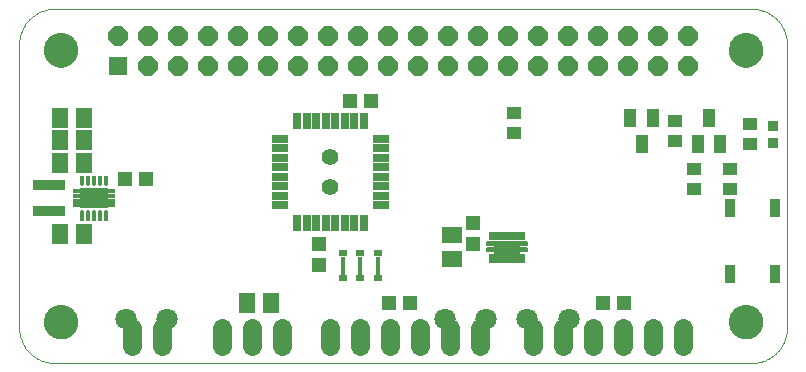
<source format=gts>
G75*
%MOIN*%
%OFA0B0*%
%FSLAX25Y25*%
%IPPOS*%
%LPD*%
%AMOC8*
5,1,8,0,0,1.08239X$1,22.5*
%
%ADD10C,0.00000*%
%ADD11C,0.11424*%
%ADD12R,0.06400X0.06400*%
%ADD13OC8,0.06400*%
%ADD14C,0.01380*%
%ADD15R,0.02953X0.01181*%
%ADD16R,0.02953X0.01280*%
%ADD17R,0.09547X0.07087*%
%ADD18R,0.01378X0.02992*%
%ADD19R,0.11000X0.03550*%
%ADD20R,0.02600X0.05400*%
%ADD21R,0.05400X0.02600*%
%ADD22C,0.07093*%
%ADD23R,0.04652X0.04534*%
%ADD24R,0.03150X0.01969*%
%ADD25R,0.01575X0.06299*%
%ADD26R,0.04534X0.04652*%
%ADD27R,0.05518X0.06699*%
%ADD28C,0.06400*%
%ADD29R,0.04731X0.04337*%
%ADD30R,0.03550X0.03550*%
%ADD31C,0.05550*%
%ADD32R,0.06699X0.05518*%
%ADD33R,0.04337X0.05912*%
%ADD34R,0.03400X0.06400*%
%ADD35R,0.01502X0.02369*%
%ADD36R,0.01502X0.02369*%
%ADD37R,0.08274X0.03943*%
%ADD38C,0.00100*%
%ADD39C,0.00600*%
D10*
X0016811Y0006117D02*
X0249094Y0006117D01*
X0249379Y0006120D01*
X0249665Y0006131D01*
X0249950Y0006148D01*
X0250234Y0006172D01*
X0250518Y0006203D01*
X0250801Y0006241D01*
X0251082Y0006286D01*
X0251363Y0006337D01*
X0251643Y0006395D01*
X0251921Y0006460D01*
X0252197Y0006532D01*
X0252471Y0006610D01*
X0252744Y0006695D01*
X0253014Y0006787D01*
X0253282Y0006885D01*
X0253548Y0006989D01*
X0253811Y0007100D01*
X0254071Y0007217D01*
X0254329Y0007340D01*
X0254583Y0007470D01*
X0254834Y0007606D01*
X0255082Y0007747D01*
X0255326Y0007895D01*
X0255567Y0008048D01*
X0255803Y0008208D01*
X0256036Y0008373D01*
X0256265Y0008543D01*
X0256490Y0008719D01*
X0256710Y0008901D01*
X0256926Y0009087D01*
X0257137Y0009279D01*
X0257344Y0009476D01*
X0257546Y0009678D01*
X0257743Y0009885D01*
X0257935Y0010096D01*
X0258121Y0010312D01*
X0258303Y0010532D01*
X0258479Y0010757D01*
X0258649Y0010986D01*
X0258814Y0011219D01*
X0258974Y0011455D01*
X0259127Y0011696D01*
X0259275Y0011940D01*
X0259416Y0012188D01*
X0259552Y0012439D01*
X0259682Y0012693D01*
X0259805Y0012951D01*
X0259922Y0013211D01*
X0260033Y0013474D01*
X0260137Y0013740D01*
X0260235Y0014008D01*
X0260327Y0014278D01*
X0260412Y0014551D01*
X0260490Y0014825D01*
X0260562Y0015101D01*
X0260627Y0015379D01*
X0260685Y0015659D01*
X0260736Y0015940D01*
X0260781Y0016221D01*
X0260819Y0016504D01*
X0260850Y0016788D01*
X0260874Y0017072D01*
X0260891Y0017357D01*
X0260902Y0017643D01*
X0260905Y0017928D01*
X0260906Y0017928D02*
X0260906Y0112416D01*
X0260905Y0112416D02*
X0260902Y0112701D01*
X0260891Y0112987D01*
X0260874Y0113272D01*
X0260850Y0113556D01*
X0260819Y0113840D01*
X0260781Y0114123D01*
X0260736Y0114404D01*
X0260685Y0114685D01*
X0260627Y0114965D01*
X0260562Y0115243D01*
X0260490Y0115519D01*
X0260412Y0115793D01*
X0260327Y0116066D01*
X0260235Y0116336D01*
X0260137Y0116604D01*
X0260033Y0116870D01*
X0259922Y0117133D01*
X0259805Y0117393D01*
X0259682Y0117651D01*
X0259552Y0117905D01*
X0259416Y0118156D01*
X0259275Y0118404D01*
X0259127Y0118648D01*
X0258974Y0118889D01*
X0258814Y0119125D01*
X0258649Y0119358D01*
X0258479Y0119587D01*
X0258303Y0119812D01*
X0258121Y0120032D01*
X0257935Y0120248D01*
X0257743Y0120459D01*
X0257546Y0120666D01*
X0257344Y0120868D01*
X0257137Y0121065D01*
X0256926Y0121257D01*
X0256710Y0121443D01*
X0256490Y0121625D01*
X0256265Y0121801D01*
X0256036Y0121971D01*
X0255803Y0122136D01*
X0255567Y0122296D01*
X0255326Y0122449D01*
X0255082Y0122597D01*
X0254834Y0122738D01*
X0254583Y0122874D01*
X0254329Y0123004D01*
X0254071Y0123127D01*
X0253811Y0123244D01*
X0253548Y0123355D01*
X0253282Y0123459D01*
X0253014Y0123557D01*
X0252744Y0123649D01*
X0252471Y0123734D01*
X0252197Y0123812D01*
X0251921Y0123884D01*
X0251643Y0123949D01*
X0251363Y0124007D01*
X0251082Y0124058D01*
X0250801Y0124103D01*
X0250518Y0124141D01*
X0250234Y0124172D01*
X0249950Y0124196D01*
X0249665Y0124213D01*
X0249379Y0124224D01*
X0249094Y0124227D01*
X0016811Y0124227D01*
X0016526Y0124224D01*
X0016240Y0124213D01*
X0015955Y0124196D01*
X0015671Y0124172D01*
X0015387Y0124141D01*
X0015104Y0124103D01*
X0014823Y0124058D01*
X0014542Y0124007D01*
X0014262Y0123949D01*
X0013984Y0123884D01*
X0013708Y0123812D01*
X0013434Y0123734D01*
X0013161Y0123649D01*
X0012891Y0123557D01*
X0012623Y0123459D01*
X0012357Y0123355D01*
X0012094Y0123244D01*
X0011834Y0123127D01*
X0011576Y0123004D01*
X0011322Y0122874D01*
X0011071Y0122738D01*
X0010823Y0122597D01*
X0010579Y0122449D01*
X0010338Y0122296D01*
X0010102Y0122136D01*
X0009869Y0121971D01*
X0009640Y0121801D01*
X0009415Y0121625D01*
X0009195Y0121443D01*
X0008979Y0121257D01*
X0008768Y0121065D01*
X0008561Y0120868D01*
X0008359Y0120666D01*
X0008162Y0120459D01*
X0007970Y0120248D01*
X0007784Y0120032D01*
X0007602Y0119812D01*
X0007426Y0119587D01*
X0007256Y0119358D01*
X0007091Y0119125D01*
X0006931Y0118889D01*
X0006778Y0118648D01*
X0006630Y0118404D01*
X0006489Y0118156D01*
X0006353Y0117905D01*
X0006223Y0117651D01*
X0006100Y0117393D01*
X0005983Y0117133D01*
X0005872Y0116870D01*
X0005768Y0116604D01*
X0005670Y0116336D01*
X0005578Y0116066D01*
X0005493Y0115793D01*
X0005415Y0115519D01*
X0005343Y0115243D01*
X0005278Y0114965D01*
X0005220Y0114685D01*
X0005169Y0114404D01*
X0005124Y0114123D01*
X0005086Y0113840D01*
X0005055Y0113556D01*
X0005031Y0113272D01*
X0005014Y0112987D01*
X0005003Y0112701D01*
X0005000Y0112416D01*
X0005000Y0017928D01*
X0005003Y0017643D01*
X0005014Y0017357D01*
X0005031Y0017072D01*
X0005055Y0016788D01*
X0005086Y0016504D01*
X0005124Y0016221D01*
X0005169Y0015940D01*
X0005220Y0015659D01*
X0005278Y0015379D01*
X0005343Y0015101D01*
X0005415Y0014825D01*
X0005493Y0014551D01*
X0005578Y0014278D01*
X0005670Y0014008D01*
X0005768Y0013740D01*
X0005872Y0013474D01*
X0005983Y0013211D01*
X0006100Y0012951D01*
X0006223Y0012693D01*
X0006353Y0012439D01*
X0006489Y0012188D01*
X0006630Y0011940D01*
X0006778Y0011696D01*
X0006931Y0011455D01*
X0007091Y0011219D01*
X0007256Y0010986D01*
X0007426Y0010757D01*
X0007602Y0010532D01*
X0007784Y0010312D01*
X0007970Y0010096D01*
X0008162Y0009885D01*
X0008359Y0009678D01*
X0008561Y0009476D01*
X0008768Y0009279D01*
X0008979Y0009087D01*
X0009195Y0008901D01*
X0009415Y0008719D01*
X0009640Y0008543D01*
X0009869Y0008373D01*
X0010102Y0008208D01*
X0010338Y0008048D01*
X0010579Y0007895D01*
X0010823Y0007747D01*
X0011071Y0007606D01*
X0011322Y0007470D01*
X0011576Y0007340D01*
X0011834Y0007217D01*
X0012094Y0007100D01*
X0012357Y0006989D01*
X0012623Y0006885D01*
X0012891Y0006787D01*
X0013161Y0006695D01*
X0013434Y0006610D01*
X0013708Y0006532D01*
X0013984Y0006460D01*
X0014262Y0006395D01*
X0014542Y0006337D01*
X0014823Y0006286D01*
X0015104Y0006241D01*
X0015387Y0006203D01*
X0015671Y0006172D01*
X0015955Y0006148D01*
X0016240Y0006131D01*
X0016526Y0006120D01*
X0016811Y0006117D01*
X0013268Y0019896D02*
X0013270Y0020044D01*
X0013276Y0020192D01*
X0013286Y0020340D01*
X0013300Y0020487D01*
X0013318Y0020634D01*
X0013339Y0020780D01*
X0013365Y0020926D01*
X0013395Y0021071D01*
X0013428Y0021215D01*
X0013466Y0021358D01*
X0013507Y0021500D01*
X0013552Y0021641D01*
X0013600Y0021781D01*
X0013653Y0021920D01*
X0013709Y0022057D01*
X0013769Y0022192D01*
X0013832Y0022326D01*
X0013899Y0022458D01*
X0013970Y0022588D01*
X0014044Y0022716D01*
X0014121Y0022842D01*
X0014202Y0022966D01*
X0014286Y0023088D01*
X0014373Y0023207D01*
X0014464Y0023324D01*
X0014558Y0023439D01*
X0014654Y0023551D01*
X0014754Y0023661D01*
X0014856Y0023767D01*
X0014962Y0023871D01*
X0015070Y0023972D01*
X0015181Y0024070D01*
X0015294Y0024166D01*
X0015410Y0024258D01*
X0015528Y0024347D01*
X0015649Y0024432D01*
X0015772Y0024515D01*
X0015897Y0024594D01*
X0016024Y0024670D01*
X0016153Y0024742D01*
X0016284Y0024811D01*
X0016417Y0024876D01*
X0016552Y0024937D01*
X0016688Y0024995D01*
X0016825Y0025050D01*
X0016964Y0025100D01*
X0017105Y0025147D01*
X0017246Y0025190D01*
X0017389Y0025230D01*
X0017533Y0025265D01*
X0017677Y0025297D01*
X0017823Y0025324D01*
X0017969Y0025348D01*
X0018116Y0025368D01*
X0018263Y0025384D01*
X0018410Y0025396D01*
X0018558Y0025404D01*
X0018706Y0025408D01*
X0018854Y0025408D01*
X0019002Y0025404D01*
X0019150Y0025396D01*
X0019297Y0025384D01*
X0019444Y0025368D01*
X0019591Y0025348D01*
X0019737Y0025324D01*
X0019883Y0025297D01*
X0020027Y0025265D01*
X0020171Y0025230D01*
X0020314Y0025190D01*
X0020455Y0025147D01*
X0020596Y0025100D01*
X0020735Y0025050D01*
X0020872Y0024995D01*
X0021008Y0024937D01*
X0021143Y0024876D01*
X0021276Y0024811D01*
X0021407Y0024742D01*
X0021536Y0024670D01*
X0021663Y0024594D01*
X0021788Y0024515D01*
X0021911Y0024432D01*
X0022032Y0024347D01*
X0022150Y0024258D01*
X0022266Y0024166D01*
X0022379Y0024070D01*
X0022490Y0023972D01*
X0022598Y0023871D01*
X0022704Y0023767D01*
X0022806Y0023661D01*
X0022906Y0023551D01*
X0023002Y0023439D01*
X0023096Y0023324D01*
X0023187Y0023207D01*
X0023274Y0023088D01*
X0023358Y0022966D01*
X0023439Y0022842D01*
X0023516Y0022716D01*
X0023590Y0022588D01*
X0023661Y0022458D01*
X0023728Y0022326D01*
X0023791Y0022192D01*
X0023851Y0022057D01*
X0023907Y0021920D01*
X0023960Y0021781D01*
X0024008Y0021641D01*
X0024053Y0021500D01*
X0024094Y0021358D01*
X0024132Y0021215D01*
X0024165Y0021071D01*
X0024195Y0020926D01*
X0024221Y0020780D01*
X0024242Y0020634D01*
X0024260Y0020487D01*
X0024274Y0020340D01*
X0024284Y0020192D01*
X0024290Y0020044D01*
X0024292Y0019896D01*
X0024290Y0019748D01*
X0024284Y0019600D01*
X0024274Y0019452D01*
X0024260Y0019305D01*
X0024242Y0019158D01*
X0024221Y0019012D01*
X0024195Y0018866D01*
X0024165Y0018721D01*
X0024132Y0018577D01*
X0024094Y0018434D01*
X0024053Y0018292D01*
X0024008Y0018151D01*
X0023960Y0018011D01*
X0023907Y0017872D01*
X0023851Y0017735D01*
X0023791Y0017600D01*
X0023728Y0017466D01*
X0023661Y0017334D01*
X0023590Y0017204D01*
X0023516Y0017076D01*
X0023439Y0016950D01*
X0023358Y0016826D01*
X0023274Y0016704D01*
X0023187Y0016585D01*
X0023096Y0016468D01*
X0023002Y0016353D01*
X0022906Y0016241D01*
X0022806Y0016131D01*
X0022704Y0016025D01*
X0022598Y0015921D01*
X0022490Y0015820D01*
X0022379Y0015722D01*
X0022266Y0015626D01*
X0022150Y0015534D01*
X0022032Y0015445D01*
X0021911Y0015360D01*
X0021788Y0015277D01*
X0021663Y0015198D01*
X0021536Y0015122D01*
X0021407Y0015050D01*
X0021276Y0014981D01*
X0021143Y0014916D01*
X0021008Y0014855D01*
X0020872Y0014797D01*
X0020735Y0014742D01*
X0020596Y0014692D01*
X0020455Y0014645D01*
X0020314Y0014602D01*
X0020171Y0014562D01*
X0020027Y0014527D01*
X0019883Y0014495D01*
X0019737Y0014468D01*
X0019591Y0014444D01*
X0019444Y0014424D01*
X0019297Y0014408D01*
X0019150Y0014396D01*
X0019002Y0014388D01*
X0018854Y0014384D01*
X0018706Y0014384D01*
X0018558Y0014388D01*
X0018410Y0014396D01*
X0018263Y0014408D01*
X0018116Y0014424D01*
X0017969Y0014444D01*
X0017823Y0014468D01*
X0017677Y0014495D01*
X0017533Y0014527D01*
X0017389Y0014562D01*
X0017246Y0014602D01*
X0017105Y0014645D01*
X0016964Y0014692D01*
X0016825Y0014742D01*
X0016688Y0014797D01*
X0016552Y0014855D01*
X0016417Y0014916D01*
X0016284Y0014981D01*
X0016153Y0015050D01*
X0016024Y0015122D01*
X0015897Y0015198D01*
X0015772Y0015277D01*
X0015649Y0015360D01*
X0015528Y0015445D01*
X0015410Y0015534D01*
X0015294Y0015626D01*
X0015181Y0015722D01*
X0015070Y0015820D01*
X0014962Y0015921D01*
X0014856Y0016025D01*
X0014754Y0016131D01*
X0014654Y0016241D01*
X0014558Y0016353D01*
X0014464Y0016468D01*
X0014373Y0016585D01*
X0014286Y0016704D01*
X0014202Y0016826D01*
X0014121Y0016950D01*
X0014044Y0017076D01*
X0013970Y0017204D01*
X0013899Y0017334D01*
X0013832Y0017466D01*
X0013769Y0017600D01*
X0013709Y0017735D01*
X0013653Y0017872D01*
X0013600Y0018011D01*
X0013552Y0018151D01*
X0013507Y0018292D01*
X0013466Y0018434D01*
X0013428Y0018577D01*
X0013395Y0018721D01*
X0013365Y0018866D01*
X0013339Y0019012D01*
X0013318Y0019158D01*
X0013300Y0019305D01*
X0013286Y0019452D01*
X0013276Y0019600D01*
X0013270Y0019748D01*
X0013268Y0019896D01*
X0013268Y0110447D02*
X0013270Y0110595D01*
X0013276Y0110743D01*
X0013286Y0110891D01*
X0013300Y0111038D01*
X0013318Y0111185D01*
X0013339Y0111331D01*
X0013365Y0111477D01*
X0013395Y0111622D01*
X0013428Y0111766D01*
X0013466Y0111909D01*
X0013507Y0112051D01*
X0013552Y0112192D01*
X0013600Y0112332D01*
X0013653Y0112471D01*
X0013709Y0112608D01*
X0013769Y0112743D01*
X0013832Y0112877D01*
X0013899Y0113009D01*
X0013970Y0113139D01*
X0014044Y0113267D01*
X0014121Y0113393D01*
X0014202Y0113517D01*
X0014286Y0113639D01*
X0014373Y0113758D01*
X0014464Y0113875D01*
X0014558Y0113990D01*
X0014654Y0114102D01*
X0014754Y0114212D01*
X0014856Y0114318D01*
X0014962Y0114422D01*
X0015070Y0114523D01*
X0015181Y0114621D01*
X0015294Y0114717D01*
X0015410Y0114809D01*
X0015528Y0114898D01*
X0015649Y0114983D01*
X0015772Y0115066D01*
X0015897Y0115145D01*
X0016024Y0115221D01*
X0016153Y0115293D01*
X0016284Y0115362D01*
X0016417Y0115427D01*
X0016552Y0115488D01*
X0016688Y0115546D01*
X0016825Y0115601D01*
X0016964Y0115651D01*
X0017105Y0115698D01*
X0017246Y0115741D01*
X0017389Y0115781D01*
X0017533Y0115816D01*
X0017677Y0115848D01*
X0017823Y0115875D01*
X0017969Y0115899D01*
X0018116Y0115919D01*
X0018263Y0115935D01*
X0018410Y0115947D01*
X0018558Y0115955D01*
X0018706Y0115959D01*
X0018854Y0115959D01*
X0019002Y0115955D01*
X0019150Y0115947D01*
X0019297Y0115935D01*
X0019444Y0115919D01*
X0019591Y0115899D01*
X0019737Y0115875D01*
X0019883Y0115848D01*
X0020027Y0115816D01*
X0020171Y0115781D01*
X0020314Y0115741D01*
X0020455Y0115698D01*
X0020596Y0115651D01*
X0020735Y0115601D01*
X0020872Y0115546D01*
X0021008Y0115488D01*
X0021143Y0115427D01*
X0021276Y0115362D01*
X0021407Y0115293D01*
X0021536Y0115221D01*
X0021663Y0115145D01*
X0021788Y0115066D01*
X0021911Y0114983D01*
X0022032Y0114898D01*
X0022150Y0114809D01*
X0022266Y0114717D01*
X0022379Y0114621D01*
X0022490Y0114523D01*
X0022598Y0114422D01*
X0022704Y0114318D01*
X0022806Y0114212D01*
X0022906Y0114102D01*
X0023002Y0113990D01*
X0023096Y0113875D01*
X0023187Y0113758D01*
X0023274Y0113639D01*
X0023358Y0113517D01*
X0023439Y0113393D01*
X0023516Y0113267D01*
X0023590Y0113139D01*
X0023661Y0113009D01*
X0023728Y0112877D01*
X0023791Y0112743D01*
X0023851Y0112608D01*
X0023907Y0112471D01*
X0023960Y0112332D01*
X0024008Y0112192D01*
X0024053Y0112051D01*
X0024094Y0111909D01*
X0024132Y0111766D01*
X0024165Y0111622D01*
X0024195Y0111477D01*
X0024221Y0111331D01*
X0024242Y0111185D01*
X0024260Y0111038D01*
X0024274Y0110891D01*
X0024284Y0110743D01*
X0024290Y0110595D01*
X0024292Y0110447D01*
X0024290Y0110299D01*
X0024284Y0110151D01*
X0024274Y0110003D01*
X0024260Y0109856D01*
X0024242Y0109709D01*
X0024221Y0109563D01*
X0024195Y0109417D01*
X0024165Y0109272D01*
X0024132Y0109128D01*
X0024094Y0108985D01*
X0024053Y0108843D01*
X0024008Y0108702D01*
X0023960Y0108562D01*
X0023907Y0108423D01*
X0023851Y0108286D01*
X0023791Y0108151D01*
X0023728Y0108017D01*
X0023661Y0107885D01*
X0023590Y0107755D01*
X0023516Y0107627D01*
X0023439Y0107501D01*
X0023358Y0107377D01*
X0023274Y0107255D01*
X0023187Y0107136D01*
X0023096Y0107019D01*
X0023002Y0106904D01*
X0022906Y0106792D01*
X0022806Y0106682D01*
X0022704Y0106576D01*
X0022598Y0106472D01*
X0022490Y0106371D01*
X0022379Y0106273D01*
X0022266Y0106177D01*
X0022150Y0106085D01*
X0022032Y0105996D01*
X0021911Y0105911D01*
X0021788Y0105828D01*
X0021663Y0105749D01*
X0021536Y0105673D01*
X0021407Y0105601D01*
X0021276Y0105532D01*
X0021143Y0105467D01*
X0021008Y0105406D01*
X0020872Y0105348D01*
X0020735Y0105293D01*
X0020596Y0105243D01*
X0020455Y0105196D01*
X0020314Y0105153D01*
X0020171Y0105113D01*
X0020027Y0105078D01*
X0019883Y0105046D01*
X0019737Y0105019D01*
X0019591Y0104995D01*
X0019444Y0104975D01*
X0019297Y0104959D01*
X0019150Y0104947D01*
X0019002Y0104939D01*
X0018854Y0104935D01*
X0018706Y0104935D01*
X0018558Y0104939D01*
X0018410Y0104947D01*
X0018263Y0104959D01*
X0018116Y0104975D01*
X0017969Y0104995D01*
X0017823Y0105019D01*
X0017677Y0105046D01*
X0017533Y0105078D01*
X0017389Y0105113D01*
X0017246Y0105153D01*
X0017105Y0105196D01*
X0016964Y0105243D01*
X0016825Y0105293D01*
X0016688Y0105348D01*
X0016552Y0105406D01*
X0016417Y0105467D01*
X0016284Y0105532D01*
X0016153Y0105601D01*
X0016024Y0105673D01*
X0015897Y0105749D01*
X0015772Y0105828D01*
X0015649Y0105911D01*
X0015528Y0105996D01*
X0015410Y0106085D01*
X0015294Y0106177D01*
X0015181Y0106273D01*
X0015070Y0106371D01*
X0014962Y0106472D01*
X0014856Y0106576D01*
X0014754Y0106682D01*
X0014654Y0106792D01*
X0014558Y0106904D01*
X0014464Y0107019D01*
X0014373Y0107136D01*
X0014286Y0107255D01*
X0014202Y0107377D01*
X0014121Y0107501D01*
X0014044Y0107627D01*
X0013970Y0107755D01*
X0013899Y0107885D01*
X0013832Y0108017D01*
X0013769Y0108151D01*
X0013709Y0108286D01*
X0013653Y0108423D01*
X0013600Y0108562D01*
X0013552Y0108702D01*
X0013507Y0108843D01*
X0013466Y0108985D01*
X0013428Y0109128D01*
X0013395Y0109272D01*
X0013365Y0109417D01*
X0013339Y0109563D01*
X0013318Y0109709D01*
X0013300Y0109856D01*
X0013286Y0110003D01*
X0013276Y0110151D01*
X0013270Y0110299D01*
X0013268Y0110447D01*
X0241614Y0110447D02*
X0241616Y0110595D01*
X0241622Y0110743D01*
X0241632Y0110891D01*
X0241646Y0111038D01*
X0241664Y0111185D01*
X0241685Y0111331D01*
X0241711Y0111477D01*
X0241741Y0111622D01*
X0241774Y0111766D01*
X0241812Y0111909D01*
X0241853Y0112051D01*
X0241898Y0112192D01*
X0241946Y0112332D01*
X0241999Y0112471D01*
X0242055Y0112608D01*
X0242115Y0112743D01*
X0242178Y0112877D01*
X0242245Y0113009D01*
X0242316Y0113139D01*
X0242390Y0113267D01*
X0242467Y0113393D01*
X0242548Y0113517D01*
X0242632Y0113639D01*
X0242719Y0113758D01*
X0242810Y0113875D01*
X0242904Y0113990D01*
X0243000Y0114102D01*
X0243100Y0114212D01*
X0243202Y0114318D01*
X0243308Y0114422D01*
X0243416Y0114523D01*
X0243527Y0114621D01*
X0243640Y0114717D01*
X0243756Y0114809D01*
X0243874Y0114898D01*
X0243995Y0114983D01*
X0244118Y0115066D01*
X0244243Y0115145D01*
X0244370Y0115221D01*
X0244499Y0115293D01*
X0244630Y0115362D01*
X0244763Y0115427D01*
X0244898Y0115488D01*
X0245034Y0115546D01*
X0245171Y0115601D01*
X0245310Y0115651D01*
X0245451Y0115698D01*
X0245592Y0115741D01*
X0245735Y0115781D01*
X0245879Y0115816D01*
X0246023Y0115848D01*
X0246169Y0115875D01*
X0246315Y0115899D01*
X0246462Y0115919D01*
X0246609Y0115935D01*
X0246756Y0115947D01*
X0246904Y0115955D01*
X0247052Y0115959D01*
X0247200Y0115959D01*
X0247348Y0115955D01*
X0247496Y0115947D01*
X0247643Y0115935D01*
X0247790Y0115919D01*
X0247937Y0115899D01*
X0248083Y0115875D01*
X0248229Y0115848D01*
X0248373Y0115816D01*
X0248517Y0115781D01*
X0248660Y0115741D01*
X0248801Y0115698D01*
X0248942Y0115651D01*
X0249081Y0115601D01*
X0249218Y0115546D01*
X0249354Y0115488D01*
X0249489Y0115427D01*
X0249622Y0115362D01*
X0249753Y0115293D01*
X0249882Y0115221D01*
X0250009Y0115145D01*
X0250134Y0115066D01*
X0250257Y0114983D01*
X0250378Y0114898D01*
X0250496Y0114809D01*
X0250612Y0114717D01*
X0250725Y0114621D01*
X0250836Y0114523D01*
X0250944Y0114422D01*
X0251050Y0114318D01*
X0251152Y0114212D01*
X0251252Y0114102D01*
X0251348Y0113990D01*
X0251442Y0113875D01*
X0251533Y0113758D01*
X0251620Y0113639D01*
X0251704Y0113517D01*
X0251785Y0113393D01*
X0251862Y0113267D01*
X0251936Y0113139D01*
X0252007Y0113009D01*
X0252074Y0112877D01*
X0252137Y0112743D01*
X0252197Y0112608D01*
X0252253Y0112471D01*
X0252306Y0112332D01*
X0252354Y0112192D01*
X0252399Y0112051D01*
X0252440Y0111909D01*
X0252478Y0111766D01*
X0252511Y0111622D01*
X0252541Y0111477D01*
X0252567Y0111331D01*
X0252588Y0111185D01*
X0252606Y0111038D01*
X0252620Y0110891D01*
X0252630Y0110743D01*
X0252636Y0110595D01*
X0252638Y0110447D01*
X0252636Y0110299D01*
X0252630Y0110151D01*
X0252620Y0110003D01*
X0252606Y0109856D01*
X0252588Y0109709D01*
X0252567Y0109563D01*
X0252541Y0109417D01*
X0252511Y0109272D01*
X0252478Y0109128D01*
X0252440Y0108985D01*
X0252399Y0108843D01*
X0252354Y0108702D01*
X0252306Y0108562D01*
X0252253Y0108423D01*
X0252197Y0108286D01*
X0252137Y0108151D01*
X0252074Y0108017D01*
X0252007Y0107885D01*
X0251936Y0107755D01*
X0251862Y0107627D01*
X0251785Y0107501D01*
X0251704Y0107377D01*
X0251620Y0107255D01*
X0251533Y0107136D01*
X0251442Y0107019D01*
X0251348Y0106904D01*
X0251252Y0106792D01*
X0251152Y0106682D01*
X0251050Y0106576D01*
X0250944Y0106472D01*
X0250836Y0106371D01*
X0250725Y0106273D01*
X0250612Y0106177D01*
X0250496Y0106085D01*
X0250378Y0105996D01*
X0250257Y0105911D01*
X0250134Y0105828D01*
X0250009Y0105749D01*
X0249882Y0105673D01*
X0249753Y0105601D01*
X0249622Y0105532D01*
X0249489Y0105467D01*
X0249354Y0105406D01*
X0249218Y0105348D01*
X0249081Y0105293D01*
X0248942Y0105243D01*
X0248801Y0105196D01*
X0248660Y0105153D01*
X0248517Y0105113D01*
X0248373Y0105078D01*
X0248229Y0105046D01*
X0248083Y0105019D01*
X0247937Y0104995D01*
X0247790Y0104975D01*
X0247643Y0104959D01*
X0247496Y0104947D01*
X0247348Y0104939D01*
X0247200Y0104935D01*
X0247052Y0104935D01*
X0246904Y0104939D01*
X0246756Y0104947D01*
X0246609Y0104959D01*
X0246462Y0104975D01*
X0246315Y0104995D01*
X0246169Y0105019D01*
X0246023Y0105046D01*
X0245879Y0105078D01*
X0245735Y0105113D01*
X0245592Y0105153D01*
X0245451Y0105196D01*
X0245310Y0105243D01*
X0245171Y0105293D01*
X0245034Y0105348D01*
X0244898Y0105406D01*
X0244763Y0105467D01*
X0244630Y0105532D01*
X0244499Y0105601D01*
X0244370Y0105673D01*
X0244243Y0105749D01*
X0244118Y0105828D01*
X0243995Y0105911D01*
X0243874Y0105996D01*
X0243756Y0106085D01*
X0243640Y0106177D01*
X0243527Y0106273D01*
X0243416Y0106371D01*
X0243308Y0106472D01*
X0243202Y0106576D01*
X0243100Y0106682D01*
X0243000Y0106792D01*
X0242904Y0106904D01*
X0242810Y0107019D01*
X0242719Y0107136D01*
X0242632Y0107255D01*
X0242548Y0107377D01*
X0242467Y0107501D01*
X0242390Y0107627D01*
X0242316Y0107755D01*
X0242245Y0107885D01*
X0242178Y0108017D01*
X0242115Y0108151D01*
X0242055Y0108286D01*
X0241999Y0108423D01*
X0241946Y0108562D01*
X0241898Y0108702D01*
X0241853Y0108843D01*
X0241812Y0108985D01*
X0241774Y0109128D01*
X0241741Y0109272D01*
X0241711Y0109417D01*
X0241685Y0109563D01*
X0241664Y0109709D01*
X0241646Y0109856D01*
X0241632Y0110003D01*
X0241622Y0110151D01*
X0241616Y0110299D01*
X0241614Y0110447D01*
X0241614Y0019896D02*
X0241616Y0020044D01*
X0241622Y0020192D01*
X0241632Y0020340D01*
X0241646Y0020487D01*
X0241664Y0020634D01*
X0241685Y0020780D01*
X0241711Y0020926D01*
X0241741Y0021071D01*
X0241774Y0021215D01*
X0241812Y0021358D01*
X0241853Y0021500D01*
X0241898Y0021641D01*
X0241946Y0021781D01*
X0241999Y0021920D01*
X0242055Y0022057D01*
X0242115Y0022192D01*
X0242178Y0022326D01*
X0242245Y0022458D01*
X0242316Y0022588D01*
X0242390Y0022716D01*
X0242467Y0022842D01*
X0242548Y0022966D01*
X0242632Y0023088D01*
X0242719Y0023207D01*
X0242810Y0023324D01*
X0242904Y0023439D01*
X0243000Y0023551D01*
X0243100Y0023661D01*
X0243202Y0023767D01*
X0243308Y0023871D01*
X0243416Y0023972D01*
X0243527Y0024070D01*
X0243640Y0024166D01*
X0243756Y0024258D01*
X0243874Y0024347D01*
X0243995Y0024432D01*
X0244118Y0024515D01*
X0244243Y0024594D01*
X0244370Y0024670D01*
X0244499Y0024742D01*
X0244630Y0024811D01*
X0244763Y0024876D01*
X0244898Y0024937D01*
X0245034Y0024995D01*
X0245171Y0025050D01*
X0245310Y0025100D01*
X0245451Y0025147D01*
X0245592Y0025190D01*
X0245735Y0025230D01*
X0245879Y0025265D01*
X0246023Y0025297D01*
X0246169Y0025324D01*
X0246315Y0025348D01*
X0246462Y0025368D01*
X0246609Y0025384D01*
X0246756Y0025396D01*
X0246904Y0025404D01*
X0247052Y0025408D01*
X0247200Y0025408D01*
X0247348Y0025404D01*
X0247496Y0025396D01*
X0247643Y0025384D01*
X0247790Y0025368D01*
X0247937Y0025348D01*
X0248083Y0025324D01*
X0248229Y0025297D01*
X0248373Y0025265D01*
X0248517Y0025230D01*
X0248660Y0025190D01*
X0248801Y0025147D01*
X0248942Y0025100D01*
X0249081Y0025050D01*
X0249218Y0024995D01*
X0249354Y0024937D01*
X0249489Y0024876D01*
X0249622Y0024811D01*
X0249753Y0024742D01*
X0249882Y0024670D01*
X0250009Y0024594D01*
X0250134Y0024515D01*
X0250257Y0024432D01*
X0250378Y0024347D01*
X0250496Y0024258D01*
X0250612Y0024166D01*
X0250725Y0024070D01*
X0250836Y0023972D01*
X0250944Y0023871D01*
X0251050Y0023767D01*
X0251152Y0023661D01*
X0251252Y0023551D01*
X0251348Y0023439D01*
X0251442Y0023324D01*
X0251533Y0023207D01*
X0251620Y0023088D01*
X0251704Y0022966D01*
X0251785Y0022842D01*
X0251862Y0022716D01*
X0251936Y0022588D01*
X0252007Y0022458D01*
X0252074Y0022326D01*
X0252137Y0022192D01*
X0252197Y0022057D01*
X0252253Y0021920D01*
X0252306Y0021781D01*
X0252354Y0021641D01*
X0252399Y0021500D01*
X0252440Y0021358D01*
X0252478Y0021215D01*
X0252511Y0021071D01*
X0252541Y0020926D01*
X0252567Y0020780D01*
X0252588Y0020634D01*
X0252606Y0020487D01*
X0252620Y0020340D01*
X0252630Y0020192D01*
X0252636Y0020044D01*
X0252638Y0019896D01*
X0252636Y0019748D01*
X0252630Y0019600D01*
X0252620Y0019452D01*
X0252606Y0019305D01*
X0252588Y0019158D01*
X0252567Y0019012D01*
X0252541Y0018866D01*
X0252511Y0018721D01*
X0252478Y0018577D01*
X0252440Y0018434D01*
X0252399Y0018292D01*
X0252354Y0018151D01*
X0252306Y0018011D01*
X0252253Y0017872D01*
X0252197Y0017735D01*
X0252137Y0017600D01*
X0252074Y0017466D01*
X0252007Y0017334D01*
X0251936Y0017204D01*
X0251862Y0017076D01*
X0251785Y0016950D01*
X0251704Y0016826D01*
X0251620Y0016704D01*
X0251533Y0016585D01*
X0251442Y0016468D01*
X0251348Y0016353D01*
X0251252Y0016241D01*
X0251152Y0016131D01*
X0251050Y0016025D01*
X0250944Y0015921D01*
X0250836Y0015820D01*
X0250725Y0015722D01*
X0250612Y0015626D01*
X0250496Y0015534D01*
X0250378Y0015445D01*
X0250257Y0015360D01*
X0250134Y0015277D01*
X0250009Y0015198D01*
X0249882Y0015122D01*
X0249753Y0015050D01*
X0249622Y0014981D01*
X0249489Y0014916D01*
X0249354Y0014855D01*
X0249218Y0014797D01*
X0249081Y0014742D01*
X0248942Y0014692D01*
X0248801Y0014645D01*
X0248660Y0014602D01*
X0248517Y0014562D01*
X0248373Y0014527D01*
X0248229Y0014495D01*
X0248083Y0014468D01*
X0247937Y0014444D01*
X0247790Y0014424D01*
X0247643Y0014408D01*
X0247496Y0014396D01*
X0247348Y0014388D01*
X0247200Y0014384D01*
X0247052Y0014384D01*
X0246904Y0014388D01*
X0246756Y0014396D01*
X0246609Y0014408D01*
X0246462Y0014424D01*
X0246315Y0014444D01*
X0246169Y0014468D01*
X0246023Y0014495D01*
X0245879Y0014527D01*
X0245735Y0014562D01*
X0245592Y0014602D01*
X0245451Y0014645D01*
X0245310Y0014692D01*
X0245171Y0014742D01*
X0245034Y0014797D01*
X0244898Y0014855D01*
X0244763Y0014916D01*
X0244630Y0014981D01*
X0244499Y0015050D01*
X0244370Y0015122D01*
X0244243Y0015198D01*
X0244118Y0015277D01*
X0243995Y0015360D01*
X0243874Y0015445D01*
X0243756Y0015534D01*
X0243640Y0015626D01*
X0243527Y0015722D01*
X0243416Y0015820D01*
X0243308Y0015921D01*
X0243202Y0016025D01*
X0243100Y0016131D01*
X0243000Y0016241D01*
X0242904Y0016353D01*
X0242810Y0016468D01*
X0242719Y0016585D01*
X0242632Y0016704D01*
X0242548Y0016826D01*
X0242467Y0016950D01*
X0242390Y0017076D01*
X0242316Y0017204D01*
X0242245Y0017334D01*
X0242178Y0017466D01*
X0242115Y0017600D01*
X0242055Y0017735D01*
X0241999Y0017872D01*
X0241946Y0018011D01*
X0241898Y0018151D01*
X0241853Y0018292D01*
X0241812Y0018434D01*
X0241774Y0018577D01*
X0241741Y0018721D01*
X0241711Y0018866D01*
X0241685Y0019012D01*
X0241664Y0019158D01*
X0241646Y0019305D01*
X0241632Y0019452D01*
X0241622Y0019600D01*
X0241616Y0019748D01*
X0241614Y0019896D01*
D11*
X0247126Y0019896D03*
X0247126Y0110447D03*
X0018780Y0110447D03*
X0018780Y0019896D03*
D12*
X0037835Y0105132D03*
D13*
X0047835Y0105132D03*
X0057835Y0105132D03*
X0067835Y0105132D03*
X0077835Y0105132D03*
X0087835Y0105132D03*
X0097835Y0105132D03*
X0107835Y0105132D03*
X0117835Y0105132D03*
X0127835Y0105132D03*
X0137835Y0105132D03*
X0147835Y0105132D03*
X0157835Y0105132D03*
X0167835Y0105132D03*
X0177835Y0105132D03*
X0187835Y0105132D03*
X0197835Y0105132D03*
X0207835Y0105132D03*
X0217835Y0105132D03*
X0227835Y0105132D03*
X0227835Y0115132D03*
X0217835Y0115132D03*
X0207835Y0115132D03*
X0197835Y0115132D03*
X0187835Y0115132D03*
X0177835Y0115132D03*
X0167835Y0115132D03*
X0157835Y0115132D03*
X0147835Y0115132D03*
X0137835Y0115132D03*
X0127835Y0115132D03*
X0117835Y0115132D03*
X0107835Y0115132D03*
X0097835Y0115132D03*
X0087835Y0115132D03*
X0077835Y0115132D03*
X0067835Y0115132D03*
X0057835Y0115132D03*
X0047835Y0115132D03*
X0037835Y0115132D03*
D14*
X0033937Y0065802D03*
X0031969Y0065802D03*
X0030000Y0065802D03*
X0028031Y0065802D03*
X0026063Y0065802D03*
X0026063Y0056481D03*
X0028031Y0056481D03*
X0030000Y0056481D03*
X0031969Y0056481D03*
X0033937Y0056481D03*
D15*
X0035610Y0058754D03*
X0035610Y0063479D03*
X0024390Y0063479D03*
X0024390Y0058754D03*
D16*
X0024390Y0060319D03*
X0024390Y0061914D03*
X0035610Y0061914D03*
X0035610Y0060319D03*
D17*
X0030049Y0061117D03*
D18*
X0030000Y0054985D03*
X0028031Y0054985D03*
X0026063Y0054985D03*
X0031969Y0054985D03*
X0033937Y0054985D03*
X0033937Y0067298D03*
X0031969Y0067298D03*
X0030000Y0067298D03*
X0028031Y0067298D03*
X0026063Y0067298D03*
D19*
X0015000Y0065442D03*
X0015000Y0056792D03*
D20*
X0097726Y0052967D03*
X0100876Y0052967D03*
X0104026Y0052967D03*
X0107175Y0052967D03*
X0110325Y0052967D03*
X0113474Y0052967D03*
X0116624Y0052967D03*
X0119774Y0052967D03*
X0119774Y0086767D03*
X0116624Y0086767D03*
X0113474Y0086767D03*
X0110325Y0086767D03*
X0107175Y0086767D03*
X0104026Y0086767D03*
X0100876Y0086767D03*
X0097726Y0086767D03*
D21*
X0091850Y0080890D03*
X0091850Y0077741D03*
X0091850Y0074591D03*
X0091850Y0071441D03*
X0091850Y0068292D03*
X0091850Y0065142D03*
X0091850Y0061993D03*
X0091850Y0058843D03*
X0125650Y0058843D03*
X0125650Y0061993D03*
X0125650Y0065142D03*
X0125650Y0068292D03*
X0125650Y0071441D03*
X0125650Y0074591D03*
X0125650Y0077741D03*
X0125650Y0080890D03*
D22*
X0146831Y0020723D03*
X0160610Y0020723D03*
X0174390Y0020723D03*
X0188169Y0020723D03*
X0054390Y0020723D03*
X0040610Y0020723D03*
D23*
X0105000Y0038922D03*
X0105000Y0045812D03*
X0156250Y0045797D03*
X0156250Y0052687D03*
D24*
X0124656Y0042751D03*
X0118750Y0042751D03*
X0112844Y0042751D03*
X0112844Y0034483D03*
X0118750Y0034483D03*
X0124656Y0034483D03*
D25*
X0124656Y0038617D03*
X0118750Y0038617D03*
X0112844Y0038617D03*
D26*
X0128430Y0026117D03*
X0135320Y0026117D03*
X0199680Y0026117D03*
X0206570Y0026117D03*
X0122195Y0093617D03*
X0115305Y0093617D03*
X0047195Y0067367D03*
X0040305Y0067367D03*
D27*
X0026437Y0072992D03*
X0018563Y0072992D03*
X0018563Y0080492D03*
X0026437Y0080492D03*
X0026437Y0087992D03*
X0018563Y0087992D03*
X0018563Y0049242D03*
X0026437Y0049242D03*
X0081063Y0026117D03*
X0088937Y0026117D03*
D28*
X0092500Y0017867D02*
X0092500Y0011867D01*
X0082500Y0011867D02*
X0082500Y0017867D01*
X0072500Y0017867D02*
X0072500Y0011867D01*
X0052500Y0011867D02*
X0052500Y0017867D01*
X0042500Y0017867D02*
X0042500Y0011867D01*
X0108750Y0011867D02*
X0108750Y0017867D01*
X0118750Y0017867D02*
X0118750Y0011867D01*
X0128750Y0011867D02*
X0128750Y0017867D01*
X0138750Y0017867D02*
X0138750Y0011867D01*
X0148750Y0011867D02*
X0148750Y0017867D01*
X0158750Y0017867D02*
X0158750Y0011867D01*
X0176250Y0011867D02*
X0176250Y0017867D01*
X0186250Y0017867D02*
X0186250Y0011867D01*
X0196250Y0011867D02*
X0196250Y0017867D01*
X0206250Y0017867D02*
X0206250Y0011867D01*
X0216250Y0011867D02*
X0216250Y0017867D01*
X0226250Y0017867D02*
X0226250Y0011867D01*
D29*
X0230000Y0064020D03*
X0230000Y0070713D03*
X0241875Y0070713D03*
X0241875Y0064020D03*
X0248750Y0079020D03*
X0248750Y0085713D03*
X0223750Y0086963D03*
X0223750Y0080270D03*
X0170000Y0082770D03*
X0170000Y0089463D03*
D30*
X0256250Y0085319D03*
X0256250Y0079414D03*
D31*
X0108750Y0074867D03*
X0108750Y0064867D03*
D32*
X0149375Y0048804D03*
X0149375Y0040930D03*
D33*
X0212500Y0079286D03*
X0208760Y0087947D03*
X0216240Y0087947D03*
X0235000Y0087947D03*
X0231260Y0079286D03*
X0238740Y0079286D03*
D34*
X0241875Y0057742D03*
X0256875Y0057742D03*
X0256875Y0035742D03*
X0241875Y0035742D03*
D35*
X0162579Y0041092D03*
D36*
X0164547Y0041092D03*
X0166516Y0041092D03*
X0168484Y0041092D03*
X0170453Y0041092D03*
X0172421Y0041092D03*
X0172421Y0048641D03*
X0170453Y0048641D03*
X0168484Y0048641D03*
X0166516Y0048641D03*
X0164547Y0048641D03*
X0162579Y0048641D03*
D37*
X0167500Y0044867D03*
D38*
X0166737Y0044832D02*
X0168263Y0044832D01*
X0168263Y0044930D02*
X0166737Y0044930D01*
X0166737Y0045029D02*
X0168263Y0045029D01*
X0168263Y0045127D02*
X0166737Y0045127D01*
X0166737Y0045226D02*
X0168263Y0045226D01*
X0168263Y0045324D02*
X0166737Y0045324D01*
X0166737Y0045423D02*
X0168263Y0045423D01*
X0168263Y0045521D02*
X0166737Y0045521D01*
X0166737Y0045620D02*
X0168263Y0045620D01*
X0168263Y0045718D02*
X0166737Y0045718D01*
X0166737Y0045817D02*
X0168263Y0045817D01*
X0168263Y0045915D02*
X0166737Y0045915D01*
X0166737Y0046014D02*
X0168263Y0046014D01*
X0168263Y0046112D02*
X0166737Y0046112D01*
X0166737Y0046211D02*
X0168263Y0046211D01*
X0168263Y0046309D02*
X0166737Y0046309D01*
X0166737Y0046408D02*
X0168263Y0046408D01*
X0168263Y0046506D02*
X0166737Y0046506D01*
X0166737Y0046605D02*
X0168263Y0046605D01*
X0168263Y0046703D02*
X0166737Y0046703D01*
X0166737Y0046802D02*
X0168263Y0046802D01*
X0168263Y0046888D02*
X0168263Y0042845D01*
X0166737Y0042845D01*
X0166737Y0046888D01*
X0168263Y0046888D01*
X0167658Y0047381D02*
X0167658Y0049901D01*
X0169311Y0049901D01*
X0169311Y0047381D01*
X0167658Y0047381D01*
X0167658Y0047393D02*
X0169311Y0047393D01*
X0169311Y0047491D02*
X0167658Y0047491D01*
X0167658Y0047590D02*
X0169311Y0047590D01*
X0169311Y0047688D02*
X0167658Y0047688D01*
X0167658Y0047787D02*
X0169311Y0047787D01*
X0169311Y0047885D02*
X0167658Y0047885D01*
X0167658Y0047984D02*
X0169311Y0047984D01*
X0169311Y0048082D02*
X0167658Y0048082D01*
X0167658Y0048181D02*
X0169311Y0048181D01*
X0169311Y0048280D02*
X0167658Y0048280D01*
X0167658Y0048378D02*
X0169311Y0048378D01*
X0169311Y0048477D02*
X0167658Y0048477D01*
X0167658Y0048575D02*
X0169311Y0048575D01*
X0169311Y0048674D02*
X0167658Y0048674D01*
X0167658Y0048772D02*
X0169311Y0048772D01*
X0169311Y0048871D02*
X0167658Y0048871D01*
X0167658Y0048969D02*
X0169311Y0048969D01*
X0169311Y0049068D02*
X0167658Y0049068D01*
X0167658Y0049166D02*
X0169311Y0049166D01*
X0169311Y0049265D02*
X0167658Y0049265D01*
X0167658Y0049363D02*
X0169311Y0049363D01*
X0169311Y0049462D02*
X0167658Y0049462D01*
X0167658Y0049560D02*
X0169311Y0049560D01*
X0169311Y0049659D02*
X0167658Y0049659D01*
X0167658Y0049757D02*
X0169311Y0049757D01*
X0169311Y0049856D02*
X0167658Y0049856D01*
X0167342Y0049856D02*
X0165689Y0049856D01*
X0165689Y0049901D02*
X0165689Y0047381D01*
X0167342Y0047381D01*
X0167342Y0049901D01*
X0165689Y0049901D01*
X0165689Y0049757D02*
X0167342Y0049757D01*
X0167342Y0049659D02*
X0165689Y0049659D01*
X0165689Y0049560D02*
X0167342Y0049560D01*
X0167342Y0049462D02*
X0165689Y0049462D01*
X0165689Y0049363D02*
X0167342Y0049363D01*
X0167342Y0049265D02*
X0165689Y0049265D01*
X0165689Y0049166D02*
X0167342Y0049166D01*
X0167342Y0049068D02*
X0165689Y0049068D01*
X0165689Y0048969D02*
X0167342Y0048969D01*
X0167342Y0048871D02*
X0165689Y0048871D01*
X0165689Y0048772D02*
X0167342Y0048772D01*
X0167342Y0048674D02*
X0165689Y0048674D01*
X0165689Y0048575D02*
X0167342Y0048575D01*
X0167342Y0048477D02*
X0165689Y0048477D01*
X0165689Y0048378D02*
X0167342Y0048378D01*
X0167342Y0048280D02*
X0165689Y0048280D01*
X0165689Y0048181D02*
X0167342Y0048181D01*
X0167342Y0048082D02*
X0165689Y0048082D01*
X0165689Y0047984D02*
X0167342Y0047984D01*
X0167342Y0047885D02*
X0165689Y0047885D01*
X0165689Y0047787D02*
X0167342Y0047787D01*
X0167342Y0047688D02*
X0165689Y0047688D01*
X0165689Y0047590D02*
X0167342Y0047590D01*
X0167342Y0047491D02*
X0165689Y0047491D01*
X0165689Y0047393D02*
X0167342Y0047393D01*
X0165374Y0047393D02*
X0163721Y0047393D01*
X0163721Y0047381D02*
X0163721Y0049901D01*
X0165374Y0049901D01*
X0165374Y0047381D01*
X0163721Y0047381D01*
X0163721Y0047491D02*
X0165374Y0047491D01*
X0165374Y0047590D02*
X0163721Y0047590D01*
X0163721Y0047688D02*
X0165374Y0047688D01*
X0165374Y0047787D02*
X0163721Y0047787D01*
X0163721Y0047885D02*
X0165374Y0047885D01*
X0165374Y0047984D02*
X0163721Y0047984D01*
X0163721Y0048082D02*
X0165374Y0048082D01*
X0165374Y0048181D02*
X0163721Y0048181D01*
X0163721Y0048280D02*
X0165374Y0048280D01*
X0165374Y0048378D02*
X0163721Y0048378D01*
X0163721Y0048477D02*
X0165374Y0048477D01*
X0165374Y0048575D02*
X0163721Y0048575D01*
X0163721Y0048674D02*
X0165374Y0048674D01*
X0165374Y0048772D02*
X0163721Y0048772D01*
X0163721Y0048871D02*
X0165374Y0048871D01*
X0165374Y0048969D02*
X0163721Y0048969D01*
X0163721Y0049068D02*
X0165374Y0049068D01*
X0165374Y0049166D02*
X0163721Y0049166D01*
X0163721Y0049265D02*
X0165374Y0049265D01*
X0165374Y0049363D02*
X0163721Y0049363D01*
X0163721Y0049462D02*
X0165374Y0049462D01*
X0165374Y0049560D02*
X0163721Y0049560D01*
X0163721Y0049659D02*
X0165374Y0049659D01*
X0165374Y0049757D02*
X0163721Y0049757D01*
X0163721Y0049856D02*
X0165374Y0049856D01*
X0163405Y0049856D02*
X0161752Y0049856D01*
X0161752Y0049901D02*
X0161752Y0047381D01*
X0163405Y0047381D01*
X0163405Y0049901D01*
X0161752Y0049901D01*
X0161752Y0049757D02*
X0163405Y0049757D01*
X0163405Y0049659D02*
X0161752Y0049659D01*
X0161752Y0049560D02*
X0163405Y0049560D01*
X0163405Y0049462D02*
X0161752Y0049462D01*
X0161752Y0049363D02*
X0163405Y0049363D01*
X0163405Y0049265D02*
X0161752Y0049265D01*
X0161752Y0049166D02*
X0163405Y0049166D01*
X0163405Y0049068D02*
X0161752Y0049068D01*
X0161752Y0048969D02*
X0163405Y0048969D01*
X0163405Y0048871D02*
X0161752Y0048871D01*
X0161752Y0048772D02*
X0163405Y0048772D01*
X0163405Y0048674D02*
X0161752Y0048674D01*
X0161752Y0048575D02*
X0163405Y0048575D01*
X0163405Y0048477D02*
X0161752Y0048477D01*
X0161752Y0048378D02*
X0163405Y0048378D01*
X0163405Y0048280D02*
X0161752Y0048280D01*
X0161752Y0048181D02*
X0163405Y0048181D01*
X0163405Y0048082D02*
X0161752Y0048082D01*
X0161752Y0047984D02*
X0163405Y0047984D01*
X0163405Y0047885D02*
X0161752Y0047885D01*
X0161752Y0047787D02*
X0163405Y0047787D01*
X0163405Y0047688D02*
X0161752Y0047688D01*
X0161752Y0047590D02*
X0163405Y0047590D01*
X0163405Y0047491D02*
X0161752Y0047491D01*
X0161752Y0047393D02*
X0163405Y0047393D01*
X0163313Y0046888D02*
X0171687Y0046888D01*
X0171687Y0045654D01*
X0163313Y0045654D01*
X0163313Y0046888D01*
X0165163Y0046888D01*
X0165163Y0042845D01*
X0163313Y0042845D01*
X0171687Y0042845D01*
X0171687Y0044079D01*
X0163313Y0044079D01*
X0163313Y0042845D01*
X0163313Y0046888D01*
X0163313Y0046802D02*
X0171687Y0046802D01*
X0169837Y0046802D01*
X0169837Y0046888D02*
X0171687Y0046888D01*
X0171687Y0042845D01*
X0169837Y0042845D01*
X0169837Y0046888D01*
X0169837Y0046703D02*
X0171687Y0046703D01*
X0163313Y0046703D01*
X0165163Y0046703D01*
X0165163Y0046605D02*
X0163313Y0046605D01*
X0171687Y0046605D01*
X0169837Y0046605D01*
X0169837Y0046506D02*
X0171687Y0046506D01*
X0163313Y0046506D01*
X0165163Y0046506D01*
X0165163Y0046408D02*
X0163313Y0046408D01*
X0171687Y0046408D01*
X0169837Y0046408D01*
X0169837Y0046309D02*
X0171687Y0046309D01*
X0163313Y0046309D01*
X0165163Y0046309D01*
X0165163Y0046211D02*
X0163313Y0046211D01*
X0171687Y0046211D01*
X0169837Y0046211D01*
X0169837Y0046112D02*
X0171687Y0046112D01*
X0163313Y0046112D01*
X0165163Y0046112D01*
X0165163Y0046014D02*
X0163313Y0046014D01*
X0171687Y0046014D01*
X0169837Y0046014D01*
X0169837Y0045915D02*
X0171687Y0045915D01*
X0163313Y0045915D01*
X0165163Y0045915D01*
X0165163Y0045817D02*
X0163313Y0045817D01*
X0171687Y0045817D01*
X0169837Y0045817D01*
X0169837Y0045718D02*
X0171687Y0045718D01*
X0163313Y0045718D01*
X0165163Y0045718D01*
X0165163Y0045620D02*
X0163313Y0045620D01*
X0163313Y0045521D02*
X0165163Y0045521D01*
X0165163Y0045423D02*
X0163313Y0045423D01*
X0163313Y0045324D02*
X0165163Y0045324D01*
X0165163Y0045226D02*
X0163313Y0045226D01*
X0163313Y0045127D02*
X0165163Y0045127D01*
X0165163Y0045029D02*
X0163313Y0045029D01*
X0163313Y0044930D02*
X0165163Y0044930D01*
X0165163Y0044832D02*
X0163313Y0044832D01*
X0163313Y0044733D02*
X0165163Y0044733D01*
X0165163Y0044635D02*
X0163313Y0044635D01*
X0163313Y0044536D02*
X0165163Y0044536D01*
X0165163Y0044438D02*
X0163313Y0044438D01*
X0163313Y0044339D02*
X0165163Y0044339D01*
X0165163Y0044241D02*
X0163313Y0044241D01*
X0163313Y0044142D02*
X0165163Y0044142D01*
X0165163Y0044044D02*
X0163313Y0044044D01*
X0171687Y0044044D01*
X0169837Y0044044D01*
X0169837Y0044142D02*
X0171687Y0044142D01*
X0171687Y0044241D02*
X0169837Y0044241D01*
X0169837Y0044339D02*
X0171687Y0044339D01*
X0171687Y0044438D02*
X0169837Y0044438D01*
X0169837Y0044536D02*
X0171687Y0044536D01*
X0171687Y0044635D02*
X0169837Y0044635D01*
X0169837Y0044733D02*
X0171687Y0044733D01*
X0171687Y0044832D02*
X0169837Y0044832D01*
X0169837Y0044930D02*
X0171687Y0044930D01*
X0171687Y0045029D02*
X0169837Y0045029D01*
X0169837Y0045127D02*
X0171687Y0045127D01*
X0171687Y0045226D02*
X0169837Y0045226D01*
X0169837Y0045324D02*
X0171687Y0045324D01*
X0171687Y0045423D02*
X0169837Y0045423D01*
X0169837Y0045521D02*
X0171687Y0045521D01*
X0171687Y0045620D02*
X0169837Y0045620D01*
X0169626Y0047381D02*
X0169626Y0049901D01*
X0171279Y0049901D01*
X0171279Y0047381D01*
X0169626Y0047381D01*
X0169626Y0047393D02*
X0171279Y0047393D01*
X0171279Y0047491D02*
X0169626Y0047491D01*
X0169626Y0047590D02*
X0171279Y0047590D01*
X0171279Y0047688D02*
X0169626Y0047688D01*
X0169626Y0047787D02*
X0171279Y0047787D01*
X0171279Y0047885D02*
X0169626Y0047885D01*
X0169626Y0047984D02*
X0171279Y0047984D01*
X0171279Y0048082D02*
X0169626Y0048082D01*
X0169626Y0048181D02*
X0171279Y0048181D01*
X0171279Y0048280D02*
X0169626Y0048280D01*
X0169626Y0048378D02*
X0171279Y0048378D01*
X0171279Y0048477D02*
X0169626Y0048477D01*
X0169626Y0048575D02*
X0171279Y0048575D01*
X0171279Y0048674D02*
X0169626Y0048674D01*
X0169626Y0048772D02*
X0171279Y0048772D01*
X0171279Y0048871D02*
X0169626Y0048871D01*
X0169626Y0048969D02*
X0171279Y0048969D01*
X0171279Y0049068D02*
X0169626Y0049068D01*
X0169626Y0049166D02*
X0171279Y0049166D01*
X0171279Y0049265D02*
X0169626Y0049265D01*
X0169626Y0049363D02*
X0171279Y0049363D01*
X0171279Y0049462D02*
X0169626Y0049462D01*
X0169626Y0049560D02*
X0171279Y0049560D01*
X0171279Y0049659D02*
X0169626Y0049659D01*
X0169626Y0049757D02*
X0171279Y0049757D01*
X0171279Y0049856D02*
X0169626Y0049856D01*
X0171595Y0049856D02*
X0173248Y0049856D01*
X0173248Y0049901D02*
X0171595Y0049901D01*
X0171595Y0047381D01*
X0173248Y0047381D01*
X0173248Y0049901D01*
X0173248Y0049757D02*
X0171595Y0049757D01*
X0171595Y0049659D02*
X0173248Y0049659D01*
X0173248Y0049560D02*
X0171595Y0049560D01*
X0171595Y0049462D02*
X0173248Y0049462D01*
X0173248Y0049363D02*
X0171595Y0049363D01*
X0171595Y0049265D02*
X0173248Y0049265D01*
X0173248Y0049166D02*
X0171595Y0049166D01*
X0171595Y0049068D02*
X0173248Y0049068D01*
X0173248Y0048969D02*
X0171595Y0048969D01*
X0171595Y0048871D02*
X0173248Y0048871D01*
X0173248Y0048772D02*
X0171595Y0048772D01*
X0171595Y0048674D02*
X0173248Y0048674D01*
X0173248Y0048575D02*
X0171595Y0048575D01*
X0171595Y0048477D02*
X0173248Y0048477D01*
X0173248Y0048378D02*
X0171595Y0048378D01*
X0171595Y0048280D02*
X0173248Y0048280D01*
X0173248Y0048181D02*
X0171595Y0048181D01*
X0171595Y0048082D02*
X0173248Y0048082D01*
X0173248Y0047984D02*
X0171595Y0047984D01*
X0171595Y0047885D02*
X0173248Y0047885D01*
X0173248Y0047787D02*
X0171595Y0047787D01*
X0171595Y0047688D02*
X0173248Y0047688D01*
X0173248Y0047590D02*
X0171595Y0047590D01*
X0171595Y0047491D02*
X0173248Y0047491D01*
X0173248Y0047393D02*
X0171595Y0047393D01*
X0168263Y0044733D02*
X0166737Y0044733D01*
X0166737Y0044635D02*
X0168263Y0044635D01*
X0168263Y0044536D02*
X0166737Y0044536D01*
X0166737Y0044438D02*
X0168263Y0044438D01*
X0168263Y0044339D02*
X0166737Y0044339D01*
X0166737Y0044241D02*
X0168263Y0044241D01*
X0168263Y0044142D02*
X0166737Y0044142D01*
X0166737Y0044044D02*
X0168263Y0044044D01*
X0168263Y0043945D02*
X0166737Y0043945D01*
X0166737Y0043846D02*
X0168263Y0043846D01*
X0168263Y0043748D02*
X0166737Y0043748D01*
X0166737Y0043649D02*
X0168263Y0043649D01*
X0168263Y0043551D02*
X0166737Y0043551D01*
X0166737Y0043452D02*
X0168263Y0043452D01*
X0168263Y0043354D02*
X0166737Y0043354D01*
X0166737Y0043255D02*
X0168263Y0043255D01*
X0168263Y0043157D02*
X0166737Y0043157D01*
X0166737Y0043058D02*
X0168263Y0043058D01*
X0168263Y0042960D02*
X0166737Y0042960D01*
X0166737Y0042861D02*
X0168263Y0042861D01*
X0167658Y0042352D02*
X0167658Y0039832D01*
X0169311Y0039832D01*
X0169311Y0042352D01*
X0167658Y0042352D01*
X0167658Y0042270D02*
X0169311Y0042270D01*
X0169311Y0042172D02*
X0167658Y0042172D01*
X0167658Y0042073D02*
X0169311Y0042073D01*
X0169311Y0041975D02*
X0167658Y0041975D01*
X0167658Y0041876D02*
X0169311Y0041876D01*
X0169311Y0041778D02*
X0167658Y0041778D01*
X0167658Y0041679D02*
X0169311Y0041679D01*
X0169311Y0041581D02*
X0167658Y0041581D01*
X0167658Y0041482D02*
X0169311Y0041482D01*
X0169311Y0041384D02*
X0167658Y0041384D01*
X0167658Y0041285D02*
X0169311Y0041285D01*
X0169311Y0041187D02*
X0167658Y0041187D01*
X0167658Y0041088D02*
X0169311Y0041088D01*
X0169311Y0040990D02*
X0167658Y0040990D01*
X0167658Y0040891D02*
X0169311Y0040891D01*
X0169311Y0040793D02*
X0167658Y0040793D01*
X0167658Y0040694D02*
X0169311Y0040694D01*
X0169311Y0040596D02*
X0167658Y0040596D01*
X0167658Y0040497D02*
X0169311Y0040497D01*
X0169311Y0040399D02*
X0167658Y0040399D01*
X0167658Y0040300D02*
X0169311Y0040300D01*
X0169311Y0040202D02*
X0167658Y0040202D01*
X0167658Y0040103D02*
X0169311Y0040103D01*
X0169311Y0040005D02*
X0167658Y0040005D01*
X0167658Y0039906D02*
X0169311Y0039906D01*
X0169626Y0039906D02*
X0171279Y0039906D01*
X0171279Y0039832D02*
X0171279Y0042352D01*
X0169626Y0042352D01*
X0169626Y0039832D01*
X0171279Y0039832D01*
X0171279Y0040005D02*
X0169626Y0040005D01*
X0169626Y0040103D02*
X0171279Y0040103D01*
X0171279Y0040202D02*
X0169626Y0040202D01*
X0169626Y0040300D02*
X0171279Y0040300D01*
X0171279Y0040399D02*
X0169626Y0040399D01*
X0169626Y0040497D02*
X0171279Y0040497D01*
X0171279Y0040596D02*
X0169626Y0040596D01*
X0169626Y0040694D02*
X0171279Y0040694D01*
X0171279Y0040793D02*
X0169626Y0040793D01*
X0169626Y0040891D02*
X0171279Y0040891D01*
X0171279Y0040990D02*
X0169626Y0040990D01*
X0169626Y0041088D02*
X0171279Y0041088D01*
X0171279Y0041187D02*
X0169626Y0041187D01*
X0169626Y0041285D02*
X0171279Y0041285D01*
X0171279Y0041384D02*
X0169626Y0041384D01*
X0169626Y0041482D02*
X0171279Y0041482D01*
X0171279Y0041581D02*
X0169626Y0041581D01*
X0169626Y0041679D02*
X0171279Y0041679D01*
X0171279Y0041778D02*
X0169626Y0041778D01*
X0169626Y0041876D02*
X0171279Y0041876D01*
X0171279Y0041975D02*
X0169626Y0041975D01*
X0169626Y0042073D02*
X0171279Y0042073D01*
X0171279Y0042172D02*
X0169626Y0042172D01*
X0169626Y0042270D02*
X0171279Y0042270D01*
X0171595Y0042270D02*
X0173248Y0042270D01*
X0173248Y0042352D02*
X0171595Y0042352D01*
X0171595Y0039832D01*
X0173248Y0039832D01*
X0173248Y0042352D01*
X0173248Y0042172D02*
X0171595Y0042172D01*
X0171595Y0042073D02*
X0173248Y0042073D01*
X0173248Y0041975D02*
X0171595Y0041975D01*
X0171595Y0041876D02*
X0173248Y0041876D01*
X0173248Y0041778D02*
X0171595Y0041778D01*
X0171595Y0041679D02*
X0173248Y0041679D01*
X0173248Y0041581D02*
X0171595Y0041581D01*
X0171595Y0041482D02*
X0173248Y0041482D01*
X0173248Y0041384D02*
X0171595Y0041384D01*
X0171595Y0041285D02*
X0173248Y0041285D01*
X0173248Y0041187D02*
X0171595Y0041187D01*
X0171595Y0041088D02*
X0173248Y0041088D01*
X0173248Y0040990D02*
X0171595Y0040990D01*
X0171595Y0040891D02*
X0173248Y0040891D01*
X0173248Y0040793D02*
X0171595Y0040793D01*
X0171595Y0040694D02*
X0173248Y0040694D01*
X0173248Y0040596D02*
X0171595Y0040596D01*
X0171595Y0040497D02*
X0173248Y0040497D01*
X0173248Y0040399D02*
X0171595Y0040399D01*
X0171595Y0040300D02*
X0173248Y0040300D01*
X0173248Y0040202D02*
X0171595Y0040202D01*
X0171595Y0040103D02*
X0173248Y0040103D01*
X0173248Y0040005D02*
X0171595Y0040005D01*
X0171595Y0039906D02*
X0173248Y0039906D01*
X0171687Y0042861D02*
X0169837Y0042861D01*
X0169837Y0042960D02*
X0171687Y0042960D01*
X0163313Y0042960D01*
X0165163Y0042960D01*
X0165163Y0043058D02*
X0163313Y0043058D01*
X0171687Y0043058D01*
X0169837Y0043058D01*
X0169837Y0043157D02*
X0171687Y0043157D01*
X0163313Y0043157D01*
X0165163Y0043157D01*
X0165163Y0043255D02*
X0163313Y0043255D01*
X0171687Y0043255D01*
X0169837Y0043255D01*
X0169837Y0043354D02*
X0171687Y0043354D01*
X0163313Y0043354D01*
X0165163Y0043354D01*
X0165163Y0043452D02*
X0163313Y0043452D01*
X0171687Y0043452D01*
X0169837Y0043452D01*
X0169837Y0043551D02*
X0171687Y0043551D01*
X0163313Y0043551D01*
X0165163Y0043551D01*
X0165163Y0043649D02*
X0163313Y0043649D01*
X0171687Y0043649D01*
X0169837Y0043649D01*
X0169837Y0043748D02*
X0171687Y0043748D01*
X0163313Y0043748D01*
X0165163Y0043748D01*
X0165163Y0043846D02*
X0163313Y0043846D01*
X0171687Y0043846D01*
X0169837Y0043846D01*
X0169837Y0043945D02*
X0171687Y0043945D01*
X0163313Y0043945D01*
X0165163Y0043945D01*
X0165163Y0042861D02*
X0163313Y0042861D01*
X0171687Y0042861D01*
X0167342Y0042352D02*
X0167342Y0039832D01*
X0165689Y0039832D01*
X0165689Y0042352D01*
X0167342Y0042352D01*
X0167342Y0042270D02*
X0165689Y0042270D01*
X0165689Y0042172D02*
X0167342Y0042172D01*
X0167342Y0042073D02*
X0165689Y0042073D01*
X0165689Y0041975D02*
X0167342Y0041975D01*
X0167342Y0041876D02*
X0165689Y0041876D01*
X0165689Y0041778D02*
X0167342Y0041778D01*
X0167342Y0041679D02*
X0165689Y0041679D01*
X0165689Y0041581D02*
X0167342Y0041581D01*
X0167342Y0041482D02*
X0165689Y0041482D01*
X0165689Y0041384D02*
X0167342Y0041384D01*
X0167342Y0041285D02*
X0165689Y0041285D01*
X0165689Y0041187D02*
X0167342Y0041187D01*
X0167342Y0041088D02*
X0165689Y0041088D01*
X0165689Y0040990D02*
X0167342Y0040990D01*
X0167342Y0040891D02*
X0165689Y0040891D01*
X0165689Y0040793D02*
X0167342Y0040793D01*
X0167342Y0040694D02*
X0165689Y0040694D01*
X0165689Y0040596D02*
X0167342Y0040596D01*
X0167342Y0040497D02*
X0165689Y0040497D01*
X0165689Y0040399D02*
X0167342Y0040399D01*
X0167342Y0040300D02*
X0165689Y0040300D01*
X0165689Y0040202D02*
X0167342Y0040202D01*
X0167342Y0040103D02*
X0165689Y0040103D01*
X0165689Y0040005D02*
X0167342Y0040005D01*
X0167342Y0039906D02*
X0165689Y0039906D01*
X0165374Y0039906D02*
X0163721Y0039906D01*
X0163721Y0039832D02*
X0163721Y0042352D01*
X0165374Y0042352D01*
X0165374Y0039832D01*
X0163721Y0039832D01*
X0163721Y0040005D02*
X0165374Y0040005D01*
X0165374Y0040103D02*
X0163721Y0040103D01*
X0163721Y0040202D02*
X0165374Y0040202D01*
X0165374Y0040300D02*
X0163721Y0040300D01*
X0163721Y0040399D02*
X0165374Y0040399D01*
X0165374Y0040497D02*
X0163721Y0040497D01*
X0163721Y0040596D02*
X0165374Y0040596D01*
X0165374Y0040694D02*
X0163721Y0040694D01*
X0163721Y0040793D02*
X0165374Y0040793D01*
X0165374Y0040891D02*
X0163721Y0040891D01*
X0163721Y0040990D02*
X0165374Y0040990D01*
X0165374Y0041088D02*
X0163721Y0041088D01*
X0163721Y0041187D02*
X0165374Y0041187D01*
X0165374Y0041285D02*
X0163721Y0041285D01*
X0163721Y0041384D02*
X0165374Y0041384D01*
X0165374Y0041482D02*
X0163721Y0041482D01*
X0163721Y0041581D02*
X0165374Y0041581D01*
X0165374Y0041679D02*
X0163721Y0041679D01*
X0163721Y0041778D02*
X0165374Y0041778D01*
X0165374Y0041876D02*
X0163721Y0041876D01*
X0163721Y0041975D02*
X0165374Y0041975D01*
X0165374Y0042073D02*
X0163721Y0042073D01*
X0163721Y0042172D02*
X0165374Y0042172D01*
X0165374Y0042270D02*
X0163721Y0042270D01*
X0163405Y0042270D02*
X0161752Y0042270D01*
X0161752Y0042352D02*
X0161752Y0039832D01*
X0163405Y0039832D01*
X0163405Y0042352D01*
X0161752Y0042352D01*
X0161752Y0042172D02*
X0163405Y0042172D01*
X0163405Y0042073D02*
X0161752Y0042073D01*
X0161752Y0041975D02*
X0163405Y0041975D01*
X0163405Y0041876D02*
X0161752Y0041876D01*
X0161752Y0041778D02*
X0163405Y0041778D01*
X0163405Y0041679D02*
X0161752Y0041679D01*
X0161752Y0041581D02*
X0163405Y0041581D01*
X0163405Y0041482D02*
X0161752Y0041482D01*
X0161752Y0041384D02*
X0163405Y0041384D01*
X0163405Y0041285D02*
X0161752Y0041285D01*
X0161752Y0041187D02*
X0163405Y0041187D01*
X0163405Y0041088D02*
X0161752Y0041088D01*
X0161752Y0040990D02*
X0163405Y0040990D01*
X0163405Y0040891D02*
X0161752Y0040891D01*
X0161752Y0040793D02*
X0163405Y0040793D01*
X0163405Y0040694D02*
X0161752Y0040694D01*
X0161752Y0040596D02*
X0163405Y0040596D01*
X0163405Y0040497D02*
X0161752Y0040497D01*
X0161752Y0040399D02*
X0163405Y0040399D01*
X0163405Y0040300D02*
X0161752Y0040300D01*
X0161752Y0040202D02*
X0163405Y0040202D01*
X0163405Y0040103D02*
X0161752Y0040103D01*
X0161752Y0040005D02*
X0163405Y0040005D01*
X0163405Y0039906D02*
X0161752Y0039906D01*
X0163313Y0046802D02*
X0165163Y0046802D01*
D39*
X0163563Y0046343D02*
X0160807Y0046343D01*
X0160807Y0045359D01*
X0163563Y0045359D01*
X0163563Y0046343D01*
X0163563Y0046217D02*
X0160807Y0046217D01*
X0160807Y0045618D02*
X0163563Y0045618D01*
X0163563Y0044375D02*
X0160807Y0044375D01*
X0160807Y0043390D01*
X0163563Y0043390D01*
X0163563Y0044375D01*
X0163563Y0043823D02*
X0160807Y0043823D01*
X0171437Y0043823D02*
X0174193Y0043823D01*
X0174193Y0043390D02*
X0171437Y0043390D01*
X0171437Y0044375D01*
X0174193Y0044375D01*
X0174193Y0043390D01*
X0174193Y0045359D02*
X0171437Y0045359D01*
X0171437Y0046343D01*
X0174193Y0046343D01*
X0174193Y0045359D01*
X0174193Y0045618D02*
X0171437Y0045618D01*
X0171437Y0046217D02*
X0174193Y0046217D01*
M02*

</source>
